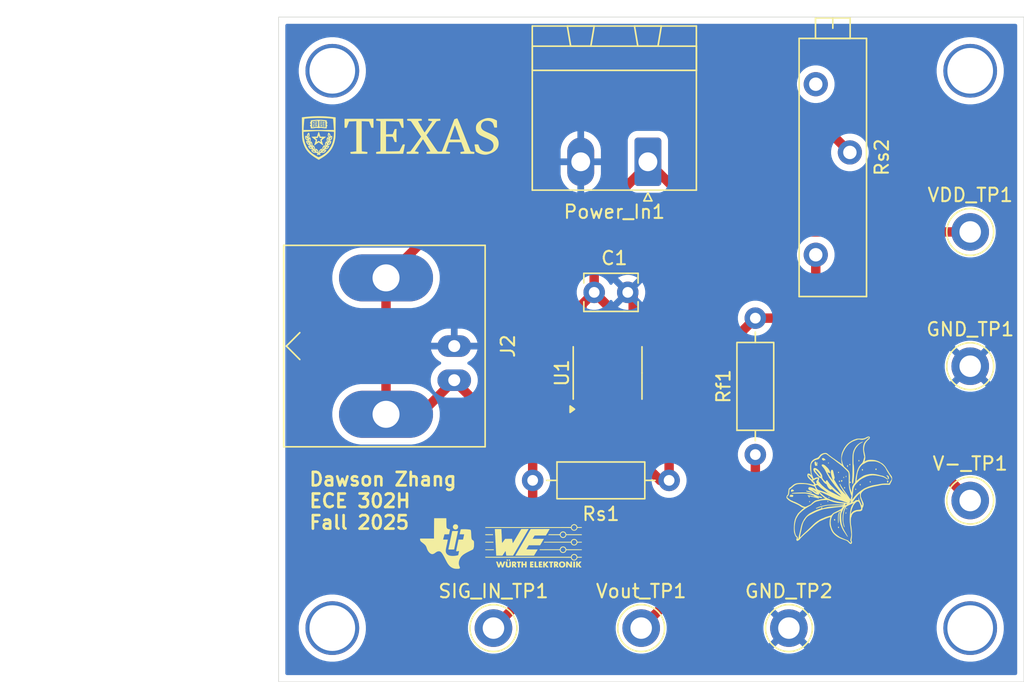
<source format=kicad_pcb>
(kicad_pcb (version 20241229) (generator "pcbnew") (generator_version "9.0")
  (layers (0 "F.Cu" signal) (2 "B.Cu" signal) (13 "F.Paste" user) (15 "B.Paste" user) (5 "F.SilkS" user "F.Silkscreen") (7 "B.SilkS" user "B.Silkscreen") (1 "F.Mask" user) (3 "B.Mask" user) (25 "Edge.Cuts" user))
  (net 0 "")
  (net 1 "/GND")
  (net 2 "/VDD")
  (net 3 "/SIG_IN")
  (net 4 "/V-")
  (net 5 "/Vout")
  (footprint "Capacitor_THT:C_Disc_D3.8mm_W2.6mm_P2.50mm" (layer "F.Cu") (at 139 72.5)
    (property "Reference" "C1" (at 1.5 -2.55 0) (layer "F.SilkS"))
    (property "Value" "1u")
    (pad "1" thru_hole circle (at 0 0) (size 1.6 1.6) (drill 0.8) (layers "*.Cu" "*.Mask") (net 2 "/VDD"))
    (pad "2" thru_hole circle (at 2.5 0) (size 1.6 1.6) (drill 0.8) (layers "*.Cu" "*.Mask") (net 1 "/GND"))
  )
  (footprint "TestPoint:TestPoint_Keystone_5010-5014_Multipurpose" (layer "F.Cu") (at 167 78)
    (property "Reference" "GND_TP1" (at 0 -2.75 0) (layer "F.SilkS"))
    (property "Value" "TestPoint")
    (pad "1" thru_hole circle (at 0 0) (size 2.8 2.8) (drill 1.6) (layers "*.Cu" "*.Mask") (net 1 "/GND"))
  )
  (footprint "TestPoint:TestPoint_Keystone_5010-5014_Multipurpose" (layer "F.Cu") (at 153.5 97.5)
    (property "Reference" "GND_TP2" (at 0 -2.75 0) (layer "F.SilkS"))
    (property "Value" "TestPoint")
    (pad "1" thru_hole circle (at 0 0) (size 2.8 2.8) (drill 1.6) (layers "*.Cu" "*.Mask") (net 1 "/GND"))
  )
  (footprint "Resistor_THT:R_Axial_DIN0207_L6.3mm_D2.5mm_P10.16mm_Horizontal" (layer "F.Cu") (at 151 84.58 90)
    (property "Reference" "Rf1" (at 5.08 -2.37 90) (layer "F.SilkS"))
    (property "Value" "5k")
    (pad "1" thru_hole circle (at 0 0 90) (size 1.6 1.6) (drill 0.8) (layers "*.Cu" "*.Mask") (net 5 "/Vout"))
    (pad "2" thru_hole circle (at 10.16 0 90) (size 1.6 1.6) (drill 0.8) (layers "*.Cu" "*.Mask") (net 4 "/V-"))
  )
  (footprint "TestPoint:TestPoint_Keystone_5010-5014_Multipurpose" (layer "F.Cu") (at 167 68)
    (property "Reference" "VDD_TP1" (at 0 -2.75 0) (layer "F.SilkS"))
    (property "Value" "TestPoint")
    (pad "1" thru_hole circle (at 0 0) (size 2.8 2.8) (drill 1.6) (layers "*.Cu" "*.Mask") (net 2 "/VDD"))
  )
  (footprint "Graphics:utexas_logo21x9" (layer "F.Cu") (at 124.5 61)
    (property "Reference" "G***" (hide yes))
    (property "Value" "LOGO" (hide yes))
  )
  (footprint "Graphics:electronik_logo8x4" (layer "F.Cu") (at 134.495578 91.445096)
    (property "Reference" "G***" (hide yes))
    (property "Value" "LOGO" (hide yes))
  )
  (footprint "Potentiometer_THT:Potentiometer_Vishay_43_Horizontal" (layer "F.Cu") (at 155.5 69.7 -90)
    (property "Reference" "Rs2" (at -7.26 -4.92 90) (layer "F.SilkS"))
    (property "Value" "5k")
    (pad "1" thru_hole circle (at 0 0 270) (size 1.8 1.8) (drill 1) (layers "*.Cu" "*.Mask") (net 4 "/V-"))
    (pad "2" thru_hole circle (at -7.62 -2.54 270) (size 1.8 1.8) (drill 1) (layers "*.Cu" "*.Mask") (net 3 "/SIG_IN"))
    (pad "3" thru_hole circle (at -12.7 0 270) (size 1.8 1.8) (drill 1) (layers "*.Cu" "*.Mask"))
  )
  (footprint "TestPoint:TestPoint_Keystone_5010-5014_Multipurpose" (layer "F.Cu") (at 131.5 97.5)
    (property "Reference" "SIG_IN_TP1" (at 0 -2.75 0) (layer "F.SilkS"))
    (property "Value" "TestPoint")
    (pad "1" thru_hole circle (at 0 0) (size 2.8 2.8) (drill 1.6) (layers "*.Cu" "*.Mask") (net 3 "/SIG_IN"))
  )
  (footprint "Graphics:TI_logo" (layer "F.Cu") (at 128.048995 91.200289)
    (property "Reference" "G***" (hide yes))
    (property "Value" "LOGO" (hide yes))
  )
  (footprint "Connector_Phoenix_MSTB:PhoenixContact_MSTBA_2,5_2-G_1x02_P5.00mm_Horizontal" (layer "F.Cu") (at 143 62.7775 180)
    (property "Reference" "Power_In1" (at 2.5 -3.7225 0) (layer "F.SilkS"))
    (property "Value" "Screw_Terminal_01x02")
    (pad "1" thru_hole roundrect (at 0 0 180) (size 2 3.6) (drill 1.4) (layers "*.Cu" "*.Mask") (roundrect_rratio 0.125) (net 2 "/VDD"))
    (pad "2" thru_hole oval (at 5 0 180) (size 2 3.6) (drill 1.4) (layers "*.Cu" "*.Mask") (net 1 "/GND"))
  )
  (footprint "Graphics:Lily_footprint10x10" (layer "F.Cu") (at 157.250895 87.231466)
    (property "Reference" "G***" (hide yes))
    (property "Value" "LOGO" (hide yes))
  )
  (footprint "Resistor_THT:R_Axial_DIN0207_L6.3mm_D2.5mm_P10.16mm_Horizontal" (layer "F.Cu") (at 134.42 86.5)
    (property "Reference" "Rs1" (at 5.08 2.5 0) (layer "F.SilkS"))
    (property "Value" "1k")
    (pad "1" thru_hole circle (at 0 0) (size 1.6 1.6) (drill 0.8) (layers "*.Cu" "*.Mask") (net 3 "/SIG_IN"))
    (pad "2" thru_hole circle (at 10.16 0) (size 1.6 1.6) (drill 0.8) (layers "*.Cu" "*.Mask") (net 4 "/V-"))
  )
  (footprint "TestPoint:TestPoint_Keystone_5010-5014_Multipurpose" (layer "F.Cu") (at 167 88)
    (property "Reference" "V-_TP1" (at 0 -2.75 0) (layer "F.SilkS"))
    (property "Value" "TestPoint")
    (pad "1" thru_hole circle (at 0 0) (size 2.8 2.8) (drill 1.6) (layers "*.Cu" "*.Mask") (net 4 "/V-"))
  )
  (footprint "Package_SO:SOIC-8_3.9x4.9mm_P1.27mm" (layer "F.Cu") (at 140 78.5 90)
    (property "Reference" "U1" (at 0 -3.4 90) (layer "F.SilkS"))
    (property "Value" "TLV2372")
    (pad "1" smd roundrect (at -2.475 -1.905 90) (size 1.95 0.6) (layers "F.Cu" "F.Mask" "F.Paste") (net 5 "/Vout"))
    (pad "2" smd roundrect (at -2.475 -0.635 90) (size 1.95 0.6) (layers "F.Cu" "F.Mask" "F.Paste") (net 4 "/V-"))
    (pad "3" smd roundrect (at -2.475 0.635 90) (size 1.95 0.6) (layers "F.Cu" "F.Mask" "F.Paste") (net 1 "/GND"))
    (pad "4" smd roundrect (at -2.475 1.905 90) (size 1.95 0.6) (layers "F.Cu" "F.Mask" "F.Paste") (net 1 "/GND"))
    (pad "5" smd roundrect (at 2.475 1.905 90) (size 1.95 0.6) (layers "F.Cu" "F.Mask" "F.Paste") (net 1 "/GND"))
    (pad "6" smd roundrect (at 2.475 0.635 90) (size 1.95 0.6) (layers "F.Cu" "F.Mask" "F.Paste") (net 2 "/VDD"))
    (pad "7" smd roundrect (at 2.475 -0.635 90) (size 1.95 0.6) (layers "F.Cu" "F.Mask" "F.Paste"))
    (pad "8" smd roundrect (at 2.475 -1.905 90) (size 1.95 0.6) (layers "F.Cu" "F.Mask" "F.Paste") (net 2 "/VDD"))
  )
  (footprint "TestPoint:TestPoint_Keystone_5010-5014_Multipurpose" (layer "F.Cu") (at 142.5 97.5)
    (property "Reference" "Vout_TP1" (at 0 -2.75 0) (layer "F.SilkS"))
    (property "Value" "TestPoint")
    (pad "1" thru_hole circle (at 0 0) (size 2.8 2.8) (drill 1.6) (layers "*.Cu" "*.Mask") (net 5 "/Vout"))
  )
  (footprint "Connector_Coaxial:BNC_Amphenol_B6252HB-NPP3G-50_Horizontal" (layer "F.Cu") (at 128.58 76.5 90)
    (property "Reference" "J2" (at 0 4 90) (layer "F.SilkS"))
    (property "Value" "Conn_Coaxial")
    (pad "1" thru_hole oval (at 0 0 90) (size 1.6 2.5) (drill 0.89) (layers "*.Cu" "*.Mask") (net 1 "/GND"))
    (pad "2" thru_hole oval (at -5.08 -5.08 90) (size 3.5 7) (drill 2.01) (layers "*.Cu" "*.Mask") (net 3 "/SIG_IN"))
    (pad "2" thru_hole oval (at -2.54 0 90) (size 1.6 2.5) (drill 0.89) (layers "*.Cu" "*.Mask") (net 3 "/SIG_IN"))
    (pad "2" thru_hole oval (at 5.08 -5.08 90) (size 3.5 7) (drill 2.01) (layers "*.Cu" "*.Mask") (net 3 "/SIG_IN"))
  )
  (gr_rect (start 115.5 52) (end 171 101.5) (stroke (width 0.05)) (fill no) (layer "Edge.Cuts"))
  (gr_text "Dawson Zhang\nECE 302H\nFall 2025" (at 117.6855 90.221061 0) (layer "F.SilkS") (effects (font (size 1 1) (thickness 0.2) (bold yes)) (justify left bottom)))
  (via (at 167 97.5) (size 4) (drill 3.4) (layers "F.Cu" "B.Cu") (net 0))
  (via (at 167 56) (size 4) (drill 3.4) (layers "F.Cu" "B.Cu") (net 0))
  (via (at 119.5 97.5) (size 4) (drill 3.4) (layers "F.Cu" "B.Cu") (net 0))
  (via (at 119.5 56) (size 4) (drill 3.4) (layers "F.Cu" "B.Cu") (net 0))
  (segment (start 141.905 80.975) (end 140.635 80.975) (width 0.7) (layer "F.Cu") (net 1))
  (segment (start 141.905 76.025) (end 141.905 80.975) (width 0.7) (layer "F.Cu") (net 1))
  (segment (start 141.5 72.5) (end 141.905 72.905) (width 0.7) (layer "F.Cu") (net 1))
  (segment (start 141.905 72.905) (end 141.905 76.025) (width 0.7) (layer "F.Cu") (net 1))
  (segment (start 139 72.5) (end 140.635 74.135) (width 0.7) (layer "F.Cu") (net 2))
  (segment (start 143 62.7775) (end 143 63) (width 0.7) (layer "F.Cu") (net 2))
  (segment (start 140.635 74.135) (end 140.635 76.025) (width 0.7) (layer "F.Cu") (net 2))
  (segment (start 167 68) (end 148.2225 68) (width 0.7) (layer "F.Cu") (net 2))
  (segment (start 143 63) (end 139 67) (width 0.7) (layer "F.Cu") (net 2))
  (segment (start 139 72.5) (end 138.095 73.405) (width 0.7) (layer "F.Cu") (net 2))
  (segment (start 139 67) (end 139 72.5) (width 0.7) (layer "F.Cu") (net 2))
  (segment (start 148.2225 68) (end 143 62.7775) (width 0.7) (layer "F.Cu") (net 2))
  (segment (start 138.095 73.405) (end 138.095 76.025) (width 0.7) (layer "F.Cu") (net 2))
  (segment (start 135.92 59) (end 123.5 71.42) (width 0.7) (layer "F.Cu") (net 3))
  (segment (start 158.04 62.08) (end 154.96 59) (width 0.7) (layer "F.Cu") (net 3))
  (segment (start 128.58 79.04) (end 128.58 79.08) (width 0.7) (layer "F.Cu") (net 3))
  (segment (start 128.58 79.08) (end 134.42 84.92) (width 0.7) (layer "F.Cu") (net 3))
  (segment (start 134.42 94.58) (end 131.5 97.5) (width 0.7) (layer "F.Cu") (net 3))
  (segment (start 123.5 81.58) (end 126.04 81.58) (width 0.7) (layer "F.Cu") (net 3))
  (segment (start 126.04 81.58) (end 128.58 79.04) (width 0.7) (layer "F.Cu") (net 3))
  (segment (start 134.42 86.5) (end 134.42 94.58) (width 0.7) (layer "F.Cu") (net 3))
  (segment (start 154.96 59) (end 135.92 59) (width 0.7) (layer "F.Cu") (net 3))
  (segment (start 134.42 84.92) (end 134.42 86.5) (width 0.7) (layer "F.Cu") (net 3))
  (segment (start 123.5 71.42) (end 123.5 81.58) (width 0.7) (layer "F.Cu") (net 3))
  (segment (start 153.42 74.42) (end 167 88) (width 0.7) (layer "F.Cu") (net 4))
  (segment (start 155.5 72.34) (end 153.42 74.42) (width 0.7) (layer "F.Cu") (net 4))
  (segment (start 144.58 80.84) (end 151 74.42) (width 0.7) (layer "F.Cu") (net 4))
  (segment (start 151 74.42) (end 153.42 74.42) (width 0.7) (layer "F.Cu") (net 4))
  (segment (start 155.5 69.7) (end 155.5 72.34) (width 0.7) (layer "F.Cu") (net 4))
  (segment (start 143.915001 86.5) (end 144.58 86.5) (width 0.7) (layer "F.Cu") (net 4))
  (segment (start 144.58 86.5) (end 144.58 80.84) (width 0.7) (layer "F.Cu") (net 4))
  (segment (start 139.365 80.975) (end 139.365 81.949999) (width 0.7) (layer "F.Cu") (net 4))
  (segment (start 139.365 81.949999) (end 143.915001 86.5) (width 0.7) (layer "F.Cu") (net 4))
  (segment (start 138.095 80.975) (end 138.095 82.595) (width 0.7) (layer "F.Cu") (net 5))
  (segment (start 151 89) (end 151 84.58) (width 0.7) (layer "F.Cu") (net 5))
  (segment (start 138.095 82.595) (end 147.75 92.25) (width 0.7) (layer "F.Cu") (net 5))
  (segment (start 147.75 92.25) (end 151 89) (width 0.7) (layer "F.Cu") (net 5))
  (segment (start 142.5 97.5) (end 147.75 92.25) (width 0.7) (layer "F.Cu") (net 5))
  (zone (net 1) (net_name "/GND") (layer "B.Cu") (connect_pads (clearance 0.5)) (min_thickness 0.25) (fill yes (thermal_gap 0.5) (thermal_bridge_width 0.5))
    (polygon (pts (xy 115.5 52) (xy 171 52) (xy 171 101.5) (xy 115.5 101.5)))
  )
)
</source>
